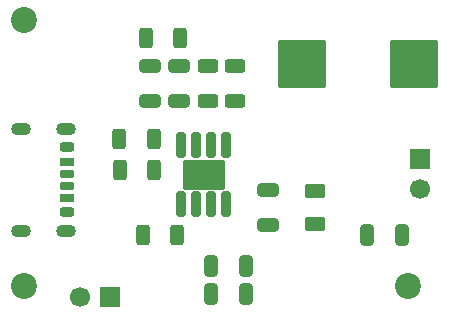
<source format=gbr>
%TF.GenerationSoftware,KiCad,Pcbnew,9.0.4*%
%TF.CreationDate,2025-10-19T21:38:03+02:00*%
%TF.ProjectId,3v-switching-voltage-regulator,33762d73-7769-4746-9368-696e672d766f,rev?*%
%TF.SameCoordinates,Original*%
%TF.FileFunction,Soldermask,Top*%
%TF.FilePolarity,Negative*%
%FSLAX46Y46*%
G04 Gerber Fmt 4.6, Leading zero omitted, Abs format (unit mm)*
G04 Created by KiCad (PCBNEW 9.0.4) date 2025-10-19 21:38:03*
%MOMM*%
%LPD*%
G01*
G04 APERTURE LIST*
G04 Aperture macros list*
%AMRoundRect*
0 Rectangle with rounded corners*
0 $1 Rounding radius*
0 $2 $3 $4 $5 $6 $7 $8 $9 X,Y pos of 4 corners*
0 Add a 4 corners polygon primitive as box body*
4,1,4,$2,$3,$4,$5,$6,$7,$8,$9,$2,$3,0*
0 Add four circle primitives for the rounded corners*
1,1,$1+$1,$2,$3*
1,1,$1+$1,$4,$5*
1,1,$1+$1,$6,$7*
1,1,$1+$1,$8,$9*
0 Add four rect primitives between the rounded corners*
20,1,$1+$1,$2,$3,$4,$5,0*
20,1,$1+$1,$4,$5,$6,$7,0*
20,1,$1+$1,$6,$7,$8,$9,0*
20,1,$1+$1,$8,$9,$2,$3,0*%
G04 Aperture macros list end*
%ADD10RoundRect,0.250000X0.650000X-0.325000X0.650000X0.325000X-0.650000X0.325000X-0.650000X-0.325000X0*%
%ADD11C,2.200000*%
%ADD12RoundRect,0.250000X-0.325000X-0.650000X0.325000X-0.650000X0.325000X0.650000X-0.325000X0.650000X0*%
%ADD13RoundRect,0.250000X0.625000X-0.312500X0.625000X0.312500X-0.625000X0.312500X-0.625000X-0.312500X0*%
%ADD14RoundRect,0.250000X0.312500X0.625000X-0.312500X0.625000X-0.312500X-0.625000X0.312500X-0.625000X0*%
%ADD15RoundRect,0.250000X-0.312500X-0.625000X0.312500X-0.625000X0.312500X0.625000X-0.312500X0.625000X0*%
%ADD16RoundRect,0.250000X-0.625000X0.312500X-0.625000X-0.312500X0.625000X-0.312500X0.625000X0.312500X0*%
%ADD17RoundRect,0.250000X0.325000X0.650000X-0.325000X0.650000X-0.325000X-0.650000X0.325000X-0.650000X0*%
%ADD18RoundRect,0.175000X-0.425000X0.175000X-0.425000X-0.175000X0.425000X-0.175000X0.425000X0.175000X0*%
%ADD19RoundRect,0.190000X0.410000X-0.190000X0.410000X0.190000X-0.410000X0.190000X-0.410000X-0.190000X0*%
%ADD20RoundRect,0.200000X0.400000X-0.200000X0.400000X0.200000X-0.400000X0.200000X-0.400000X-0.200000X0*%
%ADD21RoundRect,0.175000X0.425000X-0.175000X0.425000X0.175000X-0.425000X0.175000X-0.425000X-0.175000X0*%
%ADD22RoundRect,0.190000X-0.410000X0.190000X-0.410000X-0.190000X0.410000X-0.190000X0.410000X0.190000X0*%
%ADD23RoundRect,0.200000X-0.400000X0.200000X-0.400000X-0.200000X0.400000X-0.200000X0.400000X0.200000X0*%
%ADD24O,1.700000X1.100000*%
%ADD25R,1.700000X1.700000*%
%ADD26C,1.700000*%
%ADD27RoundRect,0.250002X-1.799998X-1.799998X1.799998X-1.799998X1.799998X1.799998X-1.799998X1.799998X0*%
%ADD28RoundRect,0.250000X-0.625000X0.375000X-0.625000X-0.375000X0.625000X-0.375000X0.625000X0.375000X0*%
%ADD29RoundRect,0.217080X-0.184920X0.869920X-0.184920X-0.869920X0.184920X-0.869920X0.184920X0.869920X0*%
%ADD30RoundRect,0.102000X-1.650000X1.205000X-1.650000X-1.205000X1.650000X-1.205000X1.650000X1.205000X0*%
G04 APERTURE END LIST*
D10*
%TO.C,C7*%
X94919800Y-45112200D03*
X94919800Y-42162200D03*
%TD*%
D11*
%TO.C,M2*%
X84250000Y-38250000D03*
%TD*%
D12*
%TO.C,C6*%
X100050000Y-61500000D03*
X103000000Y-61500000D03*
%TD*%
D13*
%TO.C,R4*%
X99771200Y-45099700D03*
X99771200Y-42174700D03*
%TD*%
D14*
%TO.C,R1*%
X95239300Y-50977800D03*
X92314300Y-50977800D03*
%TD*%
D15*
%TO.C,R2*%
X92288900Y-48361600D03*
X95213900Y-48361600D03*
%TD*%
D16*
%TO.C,R5*%
X102082600Y-42174700D03*
X102082600Y-45099700D03*
%TD*%
D10*
%TO.C,C4*%
X104876600Y-55607800D03*
X104876600Y-52657800D03*
%TD*%
D14*
%TO.C,R3*%
X97462500Y-39750000D03*
X94537500Y-39750000D03*
%TD*%
D11*
%TO.C,M2*%
X84250000Y-60750000D03*
%TD*%
%TO.C,M2*%
X116750000Y-60750000D03*
%TD*%
D14*
%TO.C,R6*%
X97212500Y-56500000D03*
X94287500Y-56500000D03*
%TD*%
D17*
%TO.C,C2*%
X116225000Y-56500000D03*
X113275000Y-56500000D03*
%TD*%
D12*
%TO.C,C1*%
X100050000Y-59112400D03*
X103000000Y-59112400D03*
%TD*%
D18*
%TO.C,J1*%
X87830000Y-51288600D03*
D19*
X87830000Y-53308600D03*
D20*
X87830000Y-54538600D03*
D21*
X87830000Y-52288600D03*
D22*
X87830000Y-50268600D03*
D23*
X87830000Y-49038600D03*
D24*
X87750000Y-47468600D03*
X83950000Y-47468600D03*
X87750000Y-56108600D03*
X83950000Y-56108600D03*
%TD*%
D25*
%TO.C,INPUT*%
X91540000Y-61750000D03*
D26*
X89000000Y-61750000D03*
%TD*%
D25*
%TO.C,J2*%
X117750000Y-50000000D03*
D26*
X117750000Y-52540000D03*
%TD*%
D27*
%TO.C,L1*%
X107750000Y-42000000D03*
X117250000Y-42000000D03*
%TD*%
D28*
%TO.C,D1*%
X108889800Y-52752800D03*
X108889800Y-55552800D03*
%TD*%
D10*
%TO.C,C3*%
X97332800Y-45112200D03*
X97332800Y-42162200D03*
%TD*%
D29*
%TO.C,U1*%
X101346000Y-48872600D03*
X100076000Y-48872600D03*
X98806000Y-48872600D03*
X97536000Y-48872600D03*
X97536000Y-53822600D03*
X98806000Y-53822600D03*
X100076000Y-53822600D03*
X101346000Y-53822600D03*
D30*
X99441000Y-51347600D03*
%TD*%
M02*

</source>
